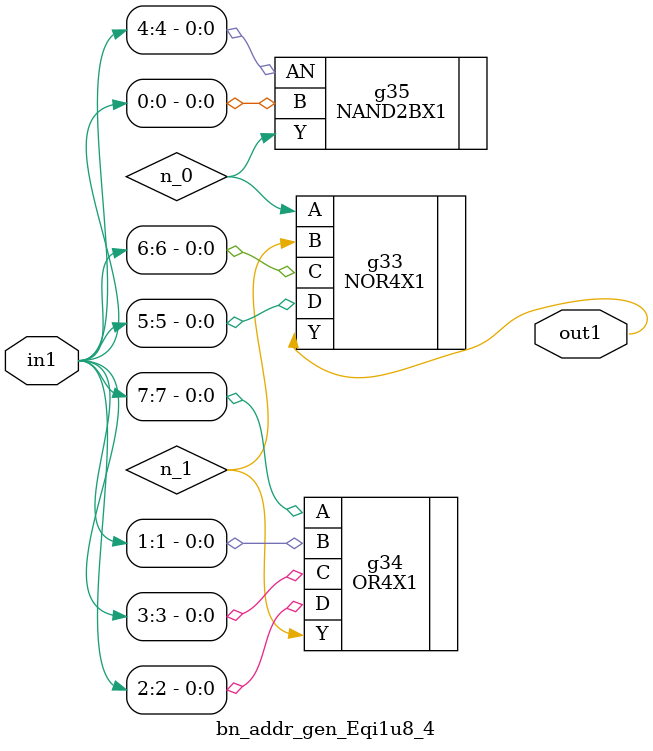
<source format=v>
`timescale 1ps / 1ps


module bn_addr_gen_Eqi1u8_4(in1, out1);
  input [7:0] in1;
  output out1;
  wire [7:0] in1;
  wire out1;
  wire n_0, n_1;
  NOR4X1 g33(.A (n_0), .B (n_1), .C (in1[6]), .D (in1[5]), .Y (out1));
  OR4X1 g34(.A (in1[7]), .B (in1[1]), .C (in1[3]), .D (in1[2]), .Y
       (n_1));
  NAND2BX1 g35(.AN (in1[4]), .B (in1[0]), .Y (n_0));
endmodule



</source>
